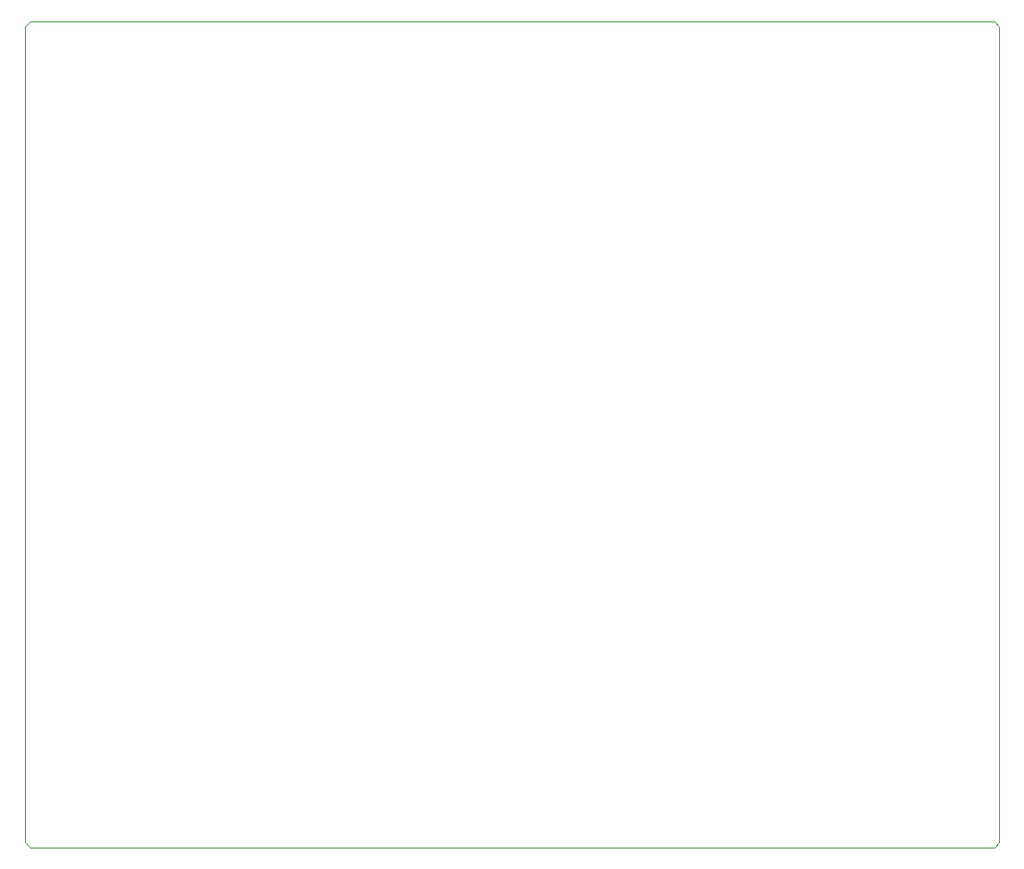
<source format=gm1>
G04 Layer_Color=16711935*
%FSLAX25Y25*%
%MOIN*%
G70*
G01*
G75*
%ADD49C,0.00394*%
D49*
X596457Y110236D02*
Y415354D01*
X232283Y110236D02*
X234252Y108268D01*
X232283Y415354D02*
X234252Y417323D01*
X232283Y110236D02*
Y415354D01*
X234252Y108268D02*
X594488D01*
X596457Y110236D01*
X234252Y417323D02*
X594488D01*
Y417323D02*
Y417323D01*
Y417323D02*
X596457Y415354D01*
M02*

</source>
